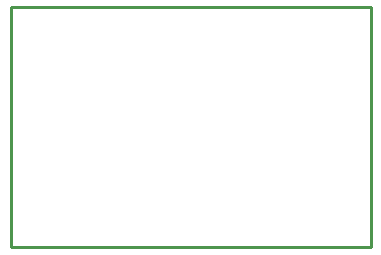
<source format=gko>
G04 EAGLE Gerber X2 export*
%TF.Part,Single*%
%TF.FileFunction,Profile,NP*%
%TF.FilePolarity,Positive*%
%TF.GenerationSoftware,Autodesk,EAGLE,9.0.0*%
%TF.CreationDate,2018-04-29T23:01:41Z*%
G75*
%MOMM*%
%FSLAX34Y34*%
%LPD*%
%AMOC8*
5,1,8,0,0,1.08239X$1,22.5*%
G01*
%ADD10C,0.254000*%


D10*
X0Y0D02*
X304800Y0D01*
X304800Y203200D01*
X0Y203200D01*
X0Y0D01*
M02*

</source>
